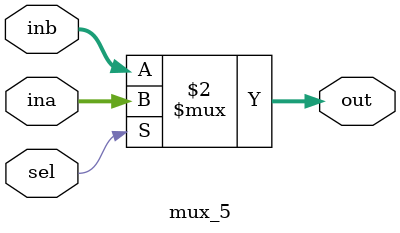
<source format=v>
module mux_5(ina, inb, out, sel);
	input [0:127] ina, inb;
	input sel;
	output [0:127] out;
	reg [0:127] out;
	always @ (ina or inb or sel)
		begin
		out<= sel ? ina : inb;
		end 
endmodule
</source>
